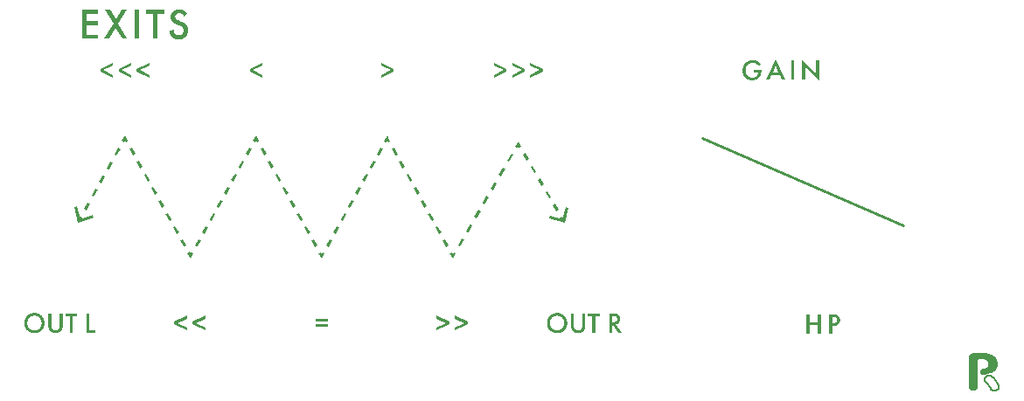
<source format=gbr>
G04 #@! TF.GenerationSoftware,KiCad,Pcbnew,8.0.2*
G04 #@! TF.CreationDate,2025-04-20T14:09:58-07:00*
G04 #@! TF.ProjectId,Exits-1U-panel,45786974-732d-4315-952d-70616e656c2e,2.1*
G04 #@! TF.SameCoordinates,Original*
G04 #@! TF.FileFunction,Legend,Top*
G04 #@! TF.FilePolarity,Positive*
%FSLAX46Y46*%
G04 Gerber Fmt 4.6, Leading zero omitted, Abs format (unit mm)*
G04 Created by KiCad (PCBNEW 8.0.2) date 2025-04-20 14:09:58*
%MOMM*%
%LPD*%
G01*
G04 APERTURE LIST*
%ADD10C,0.000000*%
%ADD11C,0.253998*%
%ADD12C,0.176388*%
G04 APERTURE END LIST*
D10*
G36*
X106464253Y-110621230D02*
G01*
X106245533Y-110748230D01*
X105885695Y-110134397D01*
X106104415Y-110007397D01*
X106464253Y-110621230D01*
G37*
G36*
X90204725Y-113422288D02*
G01*
X89851947Y-114057287D01*
X89629698Y-113933816D01*
X89982476Y-113298816D01*
X90204725Y-113422288D01*
G37*
G36*
X103370391Y-112935455D02*
G01*
X102971751Y-113619843D01*
X102753031Y-113492843D01*
X103151667Y-112808455D01*
X103370391Y-112935455D01*
G37*
G36*
X132118243Y-102930679D02*
G01*
X131828962Y-102930679D01*
X131828962Y-101050374D01*
X132118243Y-101050374D01*
X132118243Y-102930679D01*
G37*
G36*
X107180388Y-111848897D02*
G01*
X106961669Y-111975897D01*
X106605366Y-111362063D01*
X106824085Y-111235063D01*
X107180388Y-111848897D01*
G37*
G36*
X95859748Y-113933816D02*
G01*
X95637504Y-114057287D01*
X95284725Y-113425815D01*
X95506975Y-113302344D01*
X95859748Y-113933816D01*
G37*
G36*
X135981371Y-125654433D02*
G01*
X136030112Y-125656886D01*
X136055459Y-125659053D01*
X136081334Y-125661985D01*
X136107642Y-125665785D01*
X136134292Y-125670556D01*
X136161189Y-125676402D01*
X136188242Y-125683427D01*
X136215357Y-125691733D01*
X136242441Y-125701424D01*
X136269400Y-125712603D01*
X136296143Y-125725374D01*
X136322576Y-125739840D01*
X136348605Y-125756105D01*
X136363240Y-125766241D01*
X136377381Y-125776797D01*
X136391029Y-125787757D01*
X136404188Y-125799107D01*
X136416858Y-125810831D01*
X136429041Y-125822915D01*
X136440740Y-125835344D01*
X136451957Y-125848103D01*
X136472951Y-125874552D01*
X136492037Y-125902143D01*
X136509233Y-125930757D01*
X136524552Y-125960275D01*
X136538012Y-125990579D01*
X136549626Y-126021550D01*
X136559411Y-126053068D01*
X136567383Y-126085015D01*
X136573555Y-126117273D01*
X136577946Y-126149722D01*
X136580568Y-126182243D01*
X136581439Y-126214718D01*
X136581084Y-126235902D01*
X136579923Y-126258353D01*
X136577811Y-126281930D01*
X136574604Y-126306494D01*
X136570156Y-126331906D01*
X136564323Y-126358026D01*
X136556961Y-126384714D01*
X136547924Y-126411832D01*
X136537069Y-126439238D01*
X136524249Y-126466795D01*
X136509322Y-126494362D01*
X136492141Y-126521799D01*
X136472562Y-126548968D01*
X136461828Y-126562409D01*
X136450441Y-126575729D01*
X136438382Y-126588913D01*
X136425633Y-126601942D01*
X136412176Y-126614800D01*
X136397993Y-126627468D01*
X136369937Y-126650061D01*
X136341389Y-126670297D01*
X136312439Y-126688301D01*
X136283174Y-126704196D01*
X136253681Y-126718107D01*
X136224049Y-126730158D01*
X136194365Y-126740473D01*
X136164717Y-126749175D01*
X136135193Y-126756389D01*
X136105882Y-126762239D01*
X136076869Y-126766848D01*
X136048245Y-126770342D01*
X136020096Y-126772843D01*
X135992510Y-126774476D01*
X135939380Y-126775633D01*
X135808856Y-126775633D01*
X135808856Y-127541159D01*
X135523105Y-127541159D01*
X135523105Y-126503999D01*
X135523105Y-125918384D01*
X135808851Y-125918384D01*
X135808851Y-126503999D01*
X135808856Y-126503996D01*
X135939380Y-126503996D01*
X135984195Y-126502606D01*
X136005490Y-126500886D01*
X136026044Y-126498498D01*
X136045860Y-126495454D01*
X136064937Y-126491764D01*
X136083279Y-126487442D01*
X136100885Y-126482499D01*
X136117758Y-126476946D01*
X136133898Y-126470794D01*
X136149306Y-126464056D01*
X136163985Y-126456743D01*
X136177935Y-126448867D01*
X136191158Y-126440439D01*
X136203655Y-126431472D01*
X136215427Y-126421976D01*
X136226476Y-126411963D01*
X136236802Y-126401444D01*
X136246408Y-126390433D01*
X136255294Y-126378939D01*
X136263461Y-126366976D01*
X136270912Y-126354553D01*
X136277647Y-126341684D01*
X136283667Y-126328379D01*
X136288975Y-126314651D01*
X136293570Y-126300510D01*
X136297455Y-126285969D01*
X136300631Y-126271039D01*
X136303099Y-126255732D01*
X136304860Y-126240059D01*
X136306267Y-126207663D01*
X136305712Y-126186973D01*
X136303807Y-126164847D01*
X136300198Y-126141666D01*
X136294526Y-126117814D01*
X136290806Y-126105756D01*
X136286436Y-126093673D01*
X136281373Y-126081613D01*
X136275571Y-126069624D01*
X136268987Y-126057754D01*
X136261575Y-126046051D01*
X136253291Y-126034562D01*
X136244090Y-126023336D01*
X136233928Y-126012419D01*
X136222761Y-126001861D01*
X136210543Y-125991708D01*
X136197230Y-125982008D01*
X136182778Y-125972810D01*
X136167141Y-125964161D01*
X136150276Y-125956109D01*
X136132138Y-125948701D01*
X136112682Y-125941986D01*
X136091864Y-125936011D01*
X136069639Y-125930824D01*
X136045962Y-125926473D01*
X136020790Y-125923006D01*
X135994077Y-125920470D01*
X135965778Y-125918914D01*
X135935850Y-125918384D01*
X135808851Y-125918384D01*
X135523105Y-125918384D01*
X135523105Y-125660854D01*
X135935855Y-125660854D01*
X135935855Y-125653800D01*
X135981371Y-125654433D01*
G37*
G36*
X102576640Y-114304232D02*
G01*
X102177999Y-114985093D01*
X101959279Y-114858093D01*
X102357920Y-114177232D01*
X102576640Y-114304232D01*
G37*
G36*
X100505839Y-126379813D02*
G01*
X100505839Y-126612647D01*
X99281698Y-127208843D01*
X99281698Y-126937204D01*
X100213028Y-126496233D01*
X99281698Y-126055261D01*
X99281698Y-125783617D01*
X100505839Y-126379813D01*
G37*
G36*
X96561779Y-115200287D02*
G01*
X96339530Y-115323759D01*
X95986752Y-114688759D01*
X96209001Y-114565288D01*
X96561779Y-115200287D01*
G37*
G36*
X67641067Y-108846761D02*
G01*
X67418818Y-108970232D01*
X67344734Y-108836177D01*
X67270651Y-108970232D01*
X67048401Y-108846761D01*
X67344734Y-108314066D01*
X67641067Y-108846761D01*
G37*
G36*
X133635746Y-126398161D02*
G01*
X134443607Y-126398161D01*
X134443607Y-125653800D01*
X134732888Y-125653800D01*
X134732888Y-127534104D01*
X134443607Y-127534104D01*
X134443607Y-126666273D01*
X133635746Y-126666273D01*
X133635746Y-127534104D01*
X133350000Y-127534104D01*
X133350000Y-125653800D01*
X133635746Y-125653800D01*
X133635746Y-126398161D01*
G37*
G36*
X85262310Y-117726177D02*
G01*
X85040061Y-117849649D01*
X84687286Y-117214647D01*
X84909535Y-117091175D01*
X85262310Y-117726177D01*
G37*
G36*
X58637729Y-125516736D02*
G01*
X58689257Y-125520394D01*
X58739800Y-125526425D01*
X58789311Y-125534776D01*
X58837742Y-125545393D01*
X58885045Y-125558223D01*
X58931172Y-125573211D01*
X58976076Y-125590304D01*
X59019709Y-125609449D01*
X59062023Y-125630592D01*
X59102970Y-125653679D01*
X59142502Y-125678657D01*
X59180572Y-125705472D01*
X59217131Y-125734070D01*
X59252133Y-125764399D01*
X59285529Y-125796403D01*
X59317271Y-125830031D01*
X59347311Y-125865227D01*
X59375603Y-125901938D01*
X59402097Y-125940112D01*
X59426746Y-125979693D01*
X59449503Y-126020630D01*
X59470319Y-126062867D01*
X59489147Y-126106351D01*
X59505939Y-126151029D01*
X59520648Y-126196848D01*
X59533224Y-126243753D01*
X59543621Y-126291690D01*
X59551791Y-126340607D01*
X59557686Y-126390450D01*
X59561258Y-126441165D01*
X59562459Y-126492698D01*
X59561248Y-126544231D01*
X59557647Y-126594945D01*
X59551707Y-126644788D01*
X59543477Y-126693705D01*
X59533006Y-126741643D01*
X59520345Y-126788548D01*
X59505544Y-126834366D01*
X59488651Y-126879044D01*
X59469718Y-126922529D01*
X59448792Y-126964766D01*
X59425926Y-127005702D01*
X59401167Y-127045283D01*
X59374565Y-127083457D01*
X59346172Y-127120169D01*
X59316035Y-127155365D01*
X59284206Y-127188992D01*
X59250733Y-127220996D01*
X59215666Y-127251325D01*
X59179056Y-127279923D01*
X59140952Y-127306738D01*
X59101403Y-127331716D01*
X59060460Y-127354803D01*
X59018171Y-127375946D01*
X58974588Y-127395091D01*
X58929759Y-127412184D01*
X58883735Y-127427172D01*
X58836565Y-127440002D01*
X58788298Y-127450619D01*
X58738985Y-127458970D01*
X58688675Y-127465001D01*
X58637419Y-127468659D01*
X58585265Y-127469891D01*
X58533111Y-127468659D01*
X58481854Y-127465001D01*
X58431544Y-127458970D01*
X58382232Y-127450619D01*
X58333965Y-127440002D01*
X58286795Y-127427172D01*
X58240770Y-127412184D01*
X58195941Y-127395091D01*
X58152358Y-127375946D01*
X58110070Y-127354803D01*
X58069127Y-127331716D01*
X58029578Y-127306738D01*
X57991473Y-127279923D01*
X57954863Y-127251325D01*
X57919797Y-127220996D01*
X57886324Y-127188992D01*
X57854494Y-127155365D01*
X57824358Y-127120169D01*
X57795964Y-127083457D01*
X57769363Y-127045283D01*
X57744604Y-127005702D01*
X57721737Y-126964766D01*
X57700812Y-126922529D01*
X57681878Y-126879044D01*
X57664986Y-126834366D01*
X57650184Y-126788548D01*
X57637523Y-126741643D01*
X57627053Y-126693705D01*
X57618823Y-126644788D01*
X57612882Y-126594945D01*
X57609282Y-126544231D01*
X57608071Y-126492698D01*
X57890293Y-126492698D01*
X57891135Y-126531357D01*
X57893640Y-126569262D01*
X57897775Y-126606381D01*
X57903509Y-126642684D01*
X57910808Y-126678139D01*
X57919640Y-126712716D01*
X57929974Y-126746384D01*
X57941777Y-126779110D01*
X57955016Y-126810866D01*
X57969659Y-126841618D01*
X57985675Y-126871338D01*
X58003030Y-126899992D01*
X58021693Y-126927552D01*
X58041631Y-126953984D01*
X58062812Y-126979259D01*
X58085203Y-127003346D01*
X58108772Y-127026212D01*
X58133487Y-127047829D01*
X58159316Y-127068164D01*
X58186227Y-127087186D01*
X58214186Y-127104864D01*
X58243162Y-127121168D01*
X58273122Y-127136066D01*
X58304035Y-127149528D01*
X58335867Y-127161522D01*
X58368587Y-127172018D01*
X58402162Y-127180984D01*
X58436561Y-127188389D01*
X58471749Y-127194203D01*
X58507697Y-127198394D01*
X58544370Y-127200931D01*
X58581737Y-127201784D01*
X58619104Y-127200931D01*
X58655777Y-127198394D01*
X58691724Y-127194203D01*
X58726913Y-127188389D01*
X58761311Y-127180984D01*
X58794886Y-127172018D01*
X58827606Y-127161522D01*
X58859439Y-127149528D01*
X58890351Y-127136066D01*
X58920312Y-127121168D01*
X58949288Y-127104864D01*
X58977247Y-127087186D01*
X59004158Y-127068164D01*
X59029987Y-127047829D01*
X59054702Y-127026212D01*
X59078271Y-127003346D01*
X59100662Y-126979259D01*
X59121843Y-126953984D01*
X59141781Y-126927552D01*
X59160444Y-126899992D01*
X59177799Y-126871338D01*
X59193815Y-126841618D01*
X59208458Y-126810866D01*
X59221698Y-126779110D01*
X59233500Y-126746384D01*
X59243834Y-126712716D01*
X59252667Y-126678139D01*
X59259966Y-126642684D01*
X59265699Y-126606381D01*
X59269834Y-126569262D01*
X59272339Y-126531357D01*
X59273181Y-126492698D01*
X59273182Y-126492698D01*
X59272340Y-126454039D01*
X59269835Y-126416134D01*
X59265700Y-126379015D01*
X59259966Y-126342712D01*
X59252667Y-126307257D01*
X59243835Y-126272680D01*
X59233501Y-126239013D01*
X59221698Y-126206286D01*
X59208459Y-126174531D01*
X59193815Y-126143778D01*
X59177800Y-126114059D01*
X59160444Y-126085405D01*
X59141782Y-126057846D01*
X59121844Y-126031413D01*
X59100663Y-126006138D01*
X59078272Y-125982052D01*
X59054702Y-125959185D01*
X59029987Y-125937569D01*
X59004158Y-125917234D01*
X58977248Y-125898212D01*
X58949288Y-125880533D01*
X58920312Y-125864230D01*
X58890352Y-125849331D01*
X58859439Y-125835869D01*
X58827607Y-125823875D01*
X58794887Y-125813380D01*
X58761311Y-125804414D01*
X58726913Y-125797009D01*
X58691724Y-125791195D01*
X58655777Y-125787004D01*
X58619104Y-125784467D01*
X58581737Y-125783614D01*
X58544370Y-125784467D01*
X58507697Y-125787004D01*
X58471749Y-125791195D01*
X58436560Y-125797009D01*
X58402162Y-125804414D01*
X58368587Y-125813380D01*
X58335867Y-125823875D01*
X58304035Y-125835869D01*
X58273122Y-125849331D01*
X58243162Y-125864230D01*
X58214186Y-125880533D01*
X58186226Y-125898212D01*
X58159316Y-125917234D01*
X58133487Y-125937569D01*
X58108772Y-125959185D01*
X58085202Y-125982052D01*
X58062811Y-126006138D01*
X58041631Y-126031413D01*
X58021693Y-126057846D01*
X58003030Y-126085405D01*
X57985675Y-126114059D01*
X57969659Y-126143778D01*
X57955016Y-126174531D01*
X57941777Y-126206286D01*
X57929974Y-126239013D01*
X57919640Y-126272680D01*
X57910808Y-126307257D01*
X57903509Y-126342712D01*
X57897775Y-126379015D01*
X57893640Y-126416134D01*
X57891135Y-126454039D01*
X57890293Y-126492698D01*
X57608071Y-126492698D01*
X57609272Y-126441165D01*
X57612844Y-126390450D01*
X57618739Y-126340607D01*
X57626908Y-126291690D01*
X57637305Y-126243753D01*
X57649882Y-126196848D01*
X57664590Y-126151029D01*
X57681382Y-126106351D01*
X57700210Y-126062867D01*
X57721027Y-126020630D01*
X57743783Y-125979693D01*
X57768433Y-125940112D01*
X57794927Y-125901938D01*
X57823219Y-125865227D01*
X57853259Y-125830031D01*
X57885001Y-125796403D01*
X57918397Y-125764399D01*
X57953398Y-125734070D01*
X57989958Y-125705472D01*
X58028028Y-125678657D01*
X58067560Y-125653679D01*
X58108507Y-125630592D01*
X58150821Y-125609449D01*
X58194453Y-125590304D01*
X58239357Y-125573211D01*
X58285485Y-125558223D01*
X58332788Y-125545393D01*
X58381219Y-125534776D01*
X58430730Y-125526425D01*
X58481273Y-125520394D01*
X58532801Y-125516736D01*
X58585265Y-125515505D01*
X58637729Y-125516736D01*
G37*
G36*
X71122114Y-96540461D02*
G01*
X70473003Y-96540461D01*
X70473003Y-98956989D01*
X70042615Y-98956989D01*
X70042615Y-96540461D01*
X69397032Y-96540461D01*
X69397032Y-96134767D01*
X71122114Y-96134767D01*
X71122114Y-96540461D01*
G37*
G36*
X64754477Y-96540461D02*
G01*
X63629117Y-96540461D01*
X63629117Y-97256600D01*
X64719200Y-97256600D01*
X64719200Y-97662294D01*
X63629117Y-97662294D01*
X63629117Y-98551294D01*
X64754477Y-98551294D01*
X64754477Y-98956988D01*
X63198728Y-98956988D01*
X63198728Y-96134767D01*
X64754477Y-96134767D01*
X64754477Y-96540461D01*
G37*
G36*
X109328805Y-115542481D02*
G01*
X109110085Y-115669481D01*
X108750247Y-115055647D01*
X108968972Y-114928647D01*
X109328805Y-115542481D01*
G37*
G36*
X100985616Y-117031203D02*
G01*
X100586975Y-117715590D01*
X100368256Y-117588591D01*
X100766892Y-116904202D01*
X100985616Y-117031203D01*
G37*
G36*
X73991065Y-119737008D02*
G01*
X73694735Y-120269700D01*
X73398399Y-119737008D01*
X73620648Y-119613534D01*
X73694735Y-119747592D01*
X73768816Y-119613534D01*
X73991065Y-119737008D01*
G37*
G36*
X71863815Y-116449121D02*
G01*
X71641565Y-116572593D01*
X71288788Y-115941120D01*
X71511038Y-115817650D01*
X71863815Y-116449121D01*
G37*
G36*
X62994987Y-116420897D02*
G01*
X64183847Y-116032841D01*
X64264986Y-116272729D01*
X62815069Y-116745452D01*
X62448179Y-115267314D01*
X62695125Y-115203815D01*
X62994987Y-116420897D01*
G37*
G36*
X68695004Y-98953461D02*
G01*
X68264616Y-98953461D01*
X68264616Y-96131240D01*
X68695004Y-96131240D01*
X68695004Y-98953461D01*
G37*
G36*
X86691062Y-119754647D02*
G01*
X86394731Y-120287341D01*
X86098395Y-119754647D01*
X86320644Y-119631173D01*
X86394731Y-119765229D01*
X86468812Y-119631173D01*
X86691062Y-119754647D01*
G37*
G36*
X107804808Y-101879402D02*
G01*
X107804808Y-102112235D01*
X106580667Y-102708429D01*
X106580667Y-102436790D01*
X107512002Y-101995818D01*
X106580667Y-101554847D01*
X106580667Y-101283207D01*
X107804808Y-101879402D01*
G37*
G36*
X131257464Y-102934206D02*
G01*
X130947019Y-102934206D01*
X130749464Y-102479123D01*
X130745939Y-102479123D01*
X129941608Y-102479123D01*
X129736992Y-102934206D01*
X129426547Y-102934206D01*
X129768686Y-102207484D01*
X130061552Y-102207484D01*
X130629520Y-102207484D01*
X130350828Y-101568957D01*
X130061552Y-102207484D01*
X129768686Y-102207484D01*
X130364937Y-100941012D01*
X131257464Y-102934206D01*
G37*
G36*
X69052175Y-111383235D02*
G01*
X68829925Y-111506706D01*
X68477148Y-110875234D01*
X68699397Y-110751761D01*
X69052175Y-111383235D01*
G37*
G36*
X66479560Y-97087267D02*
G01*
X67040476Y-96131240D01*
X67523783Y-96131240D01*
X66712394Y-97482378D01*
X67562588Y-98953461D01*
X67079282Y-98953461D01*
X66461921Y-97873961D01*
X65819866Y-98953461D01*
X65336561Y-98953461D01*
X66225561Y-97482378D01*
X65445922Y-96131240D01*
X65929227Y-96131240D01*
X66479560Y-97087267D01*
G37*
G36*
X108612664Y-114311286D02*
G01*
X108393945Y-114438287D01*
X108037642Y-113824452D01*
X108256361Y-113697452D01*
X108612664Y-114311286D01*
G37*
G36*
X128156628Y-101015514D02*
G01*
X128188560Y-101016778D01*
X128220543Y-101018911D01*
X128252521Y-101021932D01*
X128284437Y-101025863D01*
X128316234Y-101030724D01*
X128347855Y-101036536D01*
X128379244Y-101043319D01*
X128410344Y-101051095D01*
X128441097Y-101059883D01*
X128471448Y-101069705D01*
X128501339Y-101080581D01*
X128530713Y-101092532D01*
X128559513Y-101105579D01*
X128587683Y-101119741D01*
X128615167Y-101135041D01*
X128643572Y-101151814D01*
X128670598Y-101169017D01*
X128696270Y-101186581D01*
X128720614Y-101204439D01*
X128743656Y-101222525D01*
X128765421Y-101240771D01*
X128785936Y-101259110D01*
X128805226Y-101277475D01*
X128823316Y-101295799D01*
X128840234Y-101314014D01*
X128856005Y-101332053D01*
X128870654Y-101349850D01*
X128884207Y-101367336D01*
X128896691Y-101384445D01*
X128908130Y-101401110D01*
X128918552Y-101417263D01*
X128689248Y-101579540D01*
X128678339Y-101564915D01*
X128666800Y-101550181D01*
X128654662Y-101535396D01*
X128641955Y-101520616D01*
X128628711Y-101505897D01*
X128614960Y-101491298D01*
X128600733Y-101476874D01*
X128586062Y-101462683D01*
X128570978Y-101448781D01*
X128555511Y-101435226D01*
X128539693Y-101422073D01*
X128523554Y-101409381D01*
X128507126Y-101397205D01*
X128490439Y-101385603D01*
X128473525Y-101374631D01*
X128456414Y-101364346D01*
X128437072Y-101352971D01*
X128417424Y-101342628D01*
X128397498Y-101333278D01*
X128377318Y-101324879D01*
X128356910Y-101317389D01*
X128336301Y-101310768D01*
X128315516Y-101304973D01*
X128294581Y-101299964D01*
X128273522Y-101295699D01*
X128252364Y-101292137D01*
X128231135Y-101289236D01*
X128209858Y-101286955D01*
X128188562Y-101285253D01*
X128167270Y-101284089D01*
X128146009Y-101283421D01*
X128124805Y-101283207D01*
X128079570Y-101284378D01*
X128036439Y-101287782D01*
X127995364Y-101293253D01*
X127956299Y-101300626D01*
X127919198Y-101309734D01*
X127884014Y-101320414D01*
X127850701Y-101332500D01*
X127819212Y-101345825D01*
X127789500Y-101360226D01*
X127761520Y-101375536D01*
X127735224Y-101391590D01*
X127710566Y-101408223D01*
X127687499Y-101425269D01*
X127665978Y-101442563D01*
X127645955Y-101459940D01*
X127627384Y-101477235D01*
X127604778Y-101501277D01*
X127583293Y-101527030D01*
X127562976Y-101554385D01*
X127543874Y-101583233D01*
X127526032Y-101613467D01*
X127509498Y-101644976D01*
X127494318Y-101677654D01*
X127480539Y-101711391D01*
X127468206Y-101746079D01*
X127457367Y-101781609D01*
X127448067Y-101817873D01*
X127440355Y-101854762D01*
X127434275Y-101892168D01*
X127429875Y-101929982D01*
X127427200Y-101968096D01*
X127426299Y-102006401D01*
X127427121Y-102042066D01*
X127429572Y-102077577D01*
X127433624Y-102112860D01*
X127439252Y-102147843D01*
X127446431Y-102182454D01*
X127455135Y-102216621D01*
X127465336Y-102250271D01*
X127477011Y-102283332D01*
X127490133Y-102315731D01*
X127504676Y-102347397D01*
X127520614Y-102378256D01*
X127537921Y-102408237D01*
X127556573Y-102437267D01*
X127576542Y-102465274D01*
X127597802Y-102492185D01*
X127620329Y-102517929D01*
X127645132Y-102542741D01*
X127670585Y-102565616D01*
X127696680Y-102586599D01*
X127723405Y-102605738D01*
X127750751Y-102623078D01*
X127778706Y-102638666D01*
X127807261Y-102652549D01*
X127836405Y-102664773D01*
X127866128Y-102675385D01*
X127896419Y-102684431D01*
X127927268Y-102691957D01*
X127958665Y-102698011D01*
X127990599Y-102702639D01*
X128023060Y-102705887D01*
X128056038Y-102707801D01*
X128089522Y-102708429D01*
X128119662Y-102707846D01*
X128149234Y-102706080D01*
X128178247Y-102703104D01*
X128206713Y-102698893D01*
X128234641Y-102693422D01*
X128262042Y-102686663D01*
X128288926Y-102678592D01*
X128315303Y-102669183D01*
X128341185Y-102658409D01*
X128366581Y-102646246D01*
X128391501Y-102632666D01*
X128415956Y-102617644D01*
X128439956Y-102601155D01*
X128463512Y-102583173D01*
X128486634Y-102563671D01*
X128509332Y-102542624D01*
X128528439Y-102523362D01*
X128546105Y-102503949D01*
X128562375Y-102484403D01*
X128577297Y-102464737D01*
X128590916Y-102444968D01*
X128603279Y-102425112D01*
X128614433Y-102405183D01*
X128624424Y-102385197D01*
X128633299Y-102365170D01*
X128641105Y-102345117D01*
X128647887Y-102325053D01*
X128653692Y-102304995D01*
X128658568Y-102284958D01*
X128662560Y-102264956D01*
X128665715Y-102245007D01*
X128668079Y-102225124D01*
X128198881Y-102225124D01*
X128198881Y-101953485D01*
X128974994Y-101953485D01*
X128974994Y-101967596D01*
X128973880Y-102027081D01*
X128970543Y-102085129D01*
X128964995Y-102141709D01*
X128957245Y-102196791D01*
X128947304Y-102250344D01*
X128935183Y-102302335D01*
X128920891Y-102352735D01*
X128904439Y-102401513D01*
X128885837Y-102448636D01*
X128865096Y-102494075D01*
X128842226Y-102537799D01*
X128817237Y-102579775D01*
X128790140Y-102619975D01*
X128760945Y-102658365D01*
X128729663Y-102694916D01*
X128696303Y-102729596D01*
X128659482Y-102763683D01*
X128621839Y-102794598D01*
X128583463Y-102822474D01*
X128544441Y-102847446D01*
X128504861Y-102869648D01*
X128464811Y-102889214D01*
X128424378Y-102906279D01*
X128383651Y-102920978D01*
X128342717Y-102933444D01*
X128301664Y-102943812D01*
X128260581Y-102952216D01*
X128219554Y-102958791D01*
X128178672Y-102963671D01*
X128138023Y-102966990D01*
X128097694Y-102968884D01*
X128057773Y-102969485D01*
X128007117Y-102968569D01*
X127958279Y-102965798D01*
X127911178Y-102961136D01*
X127865730Y-102954547D01*
X127821854Y-102945994D01*
X127779465Y-102935440D01*
X127738483Y-102922851D01*
X127698823Y-102908190D01*
X127660404Y-102891420D01*
X127623142Y-102872506D01*
X127586955Y-102851410D01*
X127551760Y-102828098D01*
X127517475Y-102802533D01*
X127484016Y-102774679D01*
X127451302Y-102744499D01*
X127419249Y-102711957D01*
X127385888Y-102675545D01*
X127354605Y-102637784D01*
X127325409Y-102598731D01*
X127298312Y-102558444D01*
X127273323Y-102516978D01*
X127250453Y-102474390D01*
X127229712Y-102430738D01*
X127211111Y-102386079D01*
X127194659Y-102340468D01*
X127180368Y-102293964D01*
X127168246Y-102246622D01*
X127158306Y-102198500D01*
X127150557Y-102149655D01*
X127145008Y-102100143D01*
X127141672Y-102050021D01*
X127140558Y-101999346D01*
X127141942Y-101944915D01*
X127146015Y-101891480D01*
X127152650Y-101839131D01*
X127161724Y-101787955D01*
X127173114Y-101738040D01*
X127186694Y-101689474D01*
X127202342Y-101642344D01*
X127219932Y-101596739D01*
X127239342Y-101552746D01*
X127260447Y-101510453D01*
X127283122Y-101469948D01*
X127307245Y-101431319D01*
X127332691Y-101394654D01*
X127359335Y-101360040D01*
X127387054Y-101327566D01*
X127415724Y-101297319D01*
X127447213Y-101267407D01*
X127480774Y-101238601D01*
X127516330Y-101211014D01*
X127553803Y-101184761D01*
X127593116Y-101159954D01*
X127634190Y-101136709D01*
X127676950Y-101115137D01*
X127721316Y-101095354D01*
X127767213Y-101077472D01*
X127814561Y-101061606D01*
X127863284Y-101047868D01*
X127913304Y-101036374D01*
X127964544Y-101027236D01*
X128016925Y-101020568D01*
X128070372Y-101016484D01*
X128124805Y-101015097D01*
X128156628Y-101015514D01*
G37*
G36*
X110814003Y-126683198D02*
G01*
X110814120Y-126722466D01*
X110814940Y-126763180D01*
X110817166Y-126804804D01*
X110819025Y-126825789D01*
X110821499Y-126846799D01*
X110824676Y-126867769D01*
X110828644Y-126888630D01*
X110833490Y-126909315D01*
X110839302Y-126929757D01*
X110846168Y-126949889D01*
X110854176Y-126969644D01*
X110863415Y-126988954D01*
X110873970Y-127007753D01*
X110885373Y-127025629D01*
X110898383Y-127043437D01*
X110912954Y-127061029D01*
X110929038Y-127078254D01*
X110946590Y-127094962D01*
X110965563Y-127111003D01*
X110985911Y-127126228D01*
X110996586Y-127133488D01*
X111007587Y-127140487D01*
X111018908Y-127147207D01*
X111030544Y-127153630D01*
X111042489Y-127159735D01*
X111054737Y-127165506D01*
X111067282Y-127170922D01*
X111080118Y-127175966D01*
X111093239Y-127180619D01*
X111106641Y-127184861D01*
X111120316Y-127188674D01*
X111134259Y-127192040D01*
X111148465Y-127194939D01*
X111162927Y-127197353D01*
X111177640Y-127199263D01*
X111192597Y-127200651D01*
X111207794Y-127201497D01*
X111223223Y-127201784D01*
X111253850Y-127200651D01*
X111283520Y-127197353D01*
X111312188Y-127192040D01*
X111339806Y-127184861D01*
X111366329Y-127175967D01*
X111391710Y-127165507D01*
X111415903Y-127153630D01*
X111438860Y-127140488D01*
X111460536Y-127126230D01*
X111480884Y-127111005D01*
X111499857Y-127094963D01*
X111517409Y-127078255D01*
X111533493Y-127061030D01*
X111548064Y-127043438D01*
X111561074Y-127025629D01*
X111572477Y-127007753D01*
X111582452Y-126988954D01*
X111591260Y-126969644D01*
X111598972Y-126949889D01*
X111605661Y-126929757D01*
X111611399Y-126909315D01*
X111616258Y-126888630D01*
X111620311Y-126867769D01*
X111623631Y-126846799D01*
X111626288Y-126825789D01*
X111628357Y-126804804D01*
X111631016Y-126763180D01*
X111632187Y-126722466D01*
X111632449Y-126683198D01*
X111632449Y-125550783D01*
X111921730Y-125550783D01*
X111921730Y-126760810D01*
X111921338Y-126788989D01*
X111920083Y-126817902D01*
X111917847Y-126847456D01*
X111914509Y-126877558D01*
X111909952Y-126908114D01*
X111904057Y-126939032D01*
X111896704Y-126970219D01*
X111887775Y-127001581D01*
X111877151Y-127033026D01*
X111864714Y-127064461D01*
X111850343Y-127095793D01*
X111833921Y-127126928D01*
X111815328Y-127157773D01*
X111794446Y-127188237D01*
X111771156Y-127218224D01*
X111745338Y-127247644D01*
X111726027Y-127267541D01*
X111705107Y-127287427D01*
X111682545Y-127307128D01*
X111658303Y-127326467D01*
X111632345Y-127345269D01*
X111604635Y-127363357D01*
X111575138Y-127380557D01*
X111543816Y-127396692D01*
X111510633Y-127411587D01*
X111475554Y-127425066D01*
X111457293Y-127431219D01*
X111438543Y-127436953D01*
X111419301Y-127442245D01*
X111399562Y-127447073D01*
X111379323Y-127451416D01*
X111358577Y-127455250D01*
X111337321Y-127458555D01*
X111315550Y-127461308D01*
X111293260Y-127463488D01*
X111270446Y-127465072D01*
X111247104Y-127466039D01*
X111223229Y-127466366D01*
X111176011Y-127465072D01*
X111130907Y-127461308D01*
X111087881Y-127455250D01*
X111046895Y-127447073D01*
X111007915Y-127436953D01*
X110970904Y-127425066D01*
X110935825Y-127411587D01*
X110902643Y-127396692D01*
X110871322Y-127380557D01*
X110841824Y-127363357D01*
X110814114Y-127345269D01*
X110788157Y-127326467D01*
X110763914Y-127307128D01*
X110741351Y-127287427D01*
X110720431Y-127267541D01*
X110701119Y-127247644D01*
X110675302Y-127217643D01*
X110652013Y-127187224D01*
X110631131Y-127156463D01*
X110612539Y-127125440D01*
X110596117Y-127094230D01*
X110581747Y-127062911D01*
X110569310Y-127031562D01*
X110558686Y-127000259D01*
X110549758Y-126969080D01*
X110542405Y-126938102D01*
X110536510Y-126907404D01*
X110531953Y-126877062D01*
X110528616Y-126847154D01*
X110526379Y-126817758D01*
X110525124Y-126788950D01*
X110524732Y-126760810D01*
X110524732Y-125550783D01*
X110814003Y-125550783D01*
X110814003Y-126683198D01*
G37*
G36*
X66910821Y-109636980D02*
G01*
X66543931Y-110296675D01*
X66321681Y-110173203D01*
X66688570Y-109513508D01*
X66910821Y-109636980D01*
G37*
G36*
X63926318Y-125554308D02*
G01*
X63922791Y-125554308D01*
X63922791Y-125550783D01*
X63926318Y-125554308D01*
G37*
G36*
X77504729Y-113404650D02*
G01*
X77151951Y-114039649D01*
X76929701Y-113916178D01*
X77282479Y-113281178D01*
X77504729Y-113404650D01*
G37*
G36*
X76100674Y-115937593D02*
G01*
X75747898Y-116572593D01*
X75525649Y-116449121D01*
X75878427Y-115814123D01*
X76100674Y-115937593D01*
G37*
G36*
X80341065Y-108846761D02*
G01*
X80118815Y-108970232D01*
X80044731Y-108836177D01*
X79970645Y-108970232D01*
X79748398Y-108846761D01*
X80044731Y-108314066D01*
X80341065Y-108846761D01*
G37*
G36*
X73267870Y-118982064D02*
G01*
X73045621Y-119105536D01*
X72692843Y-118474064D01*
X72915095Y-118350592D01*
X73267870Y-118982064D01*
G37*
G36*
X73356066Y-126055249D02*
G01*
X72424733Y-126496222D01*
X73356066Y-126937194D01*
X73356066Y-127208838D01*
X72131925Y-126612642D01*
X72131925Y-126379808D01*
X73356066Y-125783612D01*
X73356066Y-126055249D01*
G37*
G36*
X63922791Y-127162978D02*
G01*
X64476652Y-127162978D01*
X64476652Y-127434615D01*
X63637040Y-127434615D01*
X63637040Y-125554308D01*
X63922791Y-125554308D01*
X63922791Y-127162978D01*
G37*
G36*
X81046621Y-110106183D02*
G01*
X80824374Y-110229654D01*
X80471596Y-109594655D01*
X80693845Y-109471183D01*
X81046621Y-110106183D01*
G37*
G36*
X92314333Y-109622872D02*
G01*
X91961555Y-110257871D01*
X91739306Y-110134400D01*
X92092084Y-109499400D01*
X92314333Y-109622872D01*
G37*
G36*
X69704817Y-101554847D02*
G01*
X68773484Y-101995818D01*
X69704817Y-102436790D01*
X69704817Y-102708429D01*
X68480678Y-102112235D01*
X68480678Y-101879402D01*
X69704817Y-101283207D01*
X69704817Y-101554847D01*
G37*
G36*
X68350148Y-110116762D02*
G01*
X68127897Y-110240234D01*
X67775119Y-109608761D01*
X67997370Y-109485290D01*
X68350148Y-110116762D01*
G37*
G36*
X85967866Y-118996176D02*
G01*
X85745617Y-119119647D01*
X85392839Y-118484646D01*
X85615088Y-118361174D01*
X85967866Y-118996176D01*
G37*
G36*
X74696621Y-118470536D02*
G01*
X74343843Y-119105536D01*
X74121594Y-118982064D01*
X74474372Y-118347065D01*
X74696621Y-118470536D01*
G37*
D11*
X123240800Y-108585000D02*
X142748000Y-116992400D01*
D10*
G36*
X104957890Y-110208484D02*
G01*
X104559249Y-110889345D01*
X104340530Y-110762345D01*
X104739171Y-110081484D01*
X104957890Y-110208484D01*
G37*
G36*
X69754204Y-112649706D02*
G01*
X69531954Y-112773178D01*
X69179176Y-112141706D01*
X69401426Y-112018234D01*
X69754204Y-112649706D01*
G37*
G36*
X70456232Y-113916178D02*
G01*
X70233981Y-114039649D01*
X69881204Y-113408177D01*
X70103455Y-113284706D01*
X70456232Y-113916178D01*
G37*
G36*
X87005034Y-126358644D02*
G01*
X85780895Y-126358644D01*
X85780895Y-126122283D01*
X87005034Y-126122283D01*
X87005034Y-126358644D01*
G37*
G36*
X93041061Y-108864400D02*
G01*
X92818812Y-108987873D01*
X92744728Y-108853817D01*
X92670641Y-108987873D01*
X92448395Y-108864400D01*
X92744728Y-108331705D01*
X93041061Y-108864400D01*
G37*
G36*
X87396618Y-118488173D02*
G01*
X87043840Y-119123172D01*
X86821590Y-118999701D01*
X87174368Y-118364701D01*
X87396618Y-118488173D01*
G37*
G36*
X88098644Y-117221701D02*
G01*
X87745866Y-117856703D01*
X87523616Y-117733232D01*
X87876395Y-117098230D01*
X88098644Y-117221701D01*
G37*
G36*
X75105844Y-126055249D02*
G01*
X74174511Y-126496222D01*
X75105844Y-126937194D01*
X75105844Y-127208838D01*
X73881706Y-126612642D01*
X73881706Y-126379808D01*
X75105844Y-125783612D01*
X75105844Y-126055249D01*
G37*
G36*
X90906751Y-112155815D02*
G01*
X90553973Y-112790816D01*
X90331724Y-112667343D01*
X90684502Y-112032344D01*
X90906751Y-112155815D01*
G37*
G36*
X63241930Y-116233924D02*
G01*
X63058485Y-116569063D01*
X62836236Y-116445591D01*
X63019681Y-116110452D01*
X63241930Y-116233924D01*
G37*
G36*
X94455695Y-111400871D02*
G01*
X94233446Y-111524343D01*
X93880668Y-110892871D01*
X94102917Y-110769399D01*
X94455695Y-111400871D01*
G37*
G36*
X97263810Y-116466760D02*
G01*
X97041556Y-116590232D01*
X96688778Y-115958760D01*
X96911032Y-115835288D01*
X97263810Y-116466760D01*
G37*
G36*
X60211570Y-126683198D02*
G01*
X60211687Y-126722466D01*
X60212507Y-126763180D01*
X60214733Y-126804804D01*
X60216592Y-126825789D01*
X60219067Y-126846799D01*
X60222244Y-126867769D01*
X60226212Y-126888630D01*
X60231058Y-126909315D01*
X60236871Y-126929757D01*
X60243738Y-126949889D01*
X60251747Y-126969644D01*
X60260986Y-126988954D01*
X60271542Y-127007753D01*
X60282945Y-127025629D01*
X60295954Y-127043437D01*
X60310524Y-127061029D01*
X60326609Y-127078254D01*
X60344161Y-127094962D01*
X60363133Y-127111003D01*
X60383481Y-127126228D01*
X60394156Y-127133488D01*
X60405157Y-127140487D01*
X60416478Y-127147207D01*
X60428114Y-127153630D01*
X60440059Y-127159735D01*
X60452306Y-127165506D01*
X60464851Y-127170922D01*
X60477687Y-127175966D01*
X60490809Y-127180619D01*
X60504210Y-127184861D01*
X60517885Y-127188674D01*
X60531828Y-127192040D01*
X60546034Y-127194939D01*
X60560496Y-127197353D01*
X60575208Y-127199263D01*
X60590166Y-127200651D01*
X60605362Y-127201497D01*
X60620792Y-127201784D01*
X60651418Y-127200651D01*
X60681088Y-127197353D01*
X60709755Y-127192040D01*
X60737374Y-127184861D01*
X60763897Y-127175967D01*
X60789278Y-127165507D01*
X60813470Y-127153630D01*
X60836427Y-127140488D01*
X60858103Y-127126230D01*
X60878451Y-127111005D01*
X60897424Y-127094963D01*
X60914976Y-127078255D01*
X60931060Y-127061030D01*
X60945630Y-127043438D01*
X60958640Y-127025629D01*
X60970042Y-127007753D01*
X60980017Y-126988954D01*
X60988824Y-126969644D01*
X60996536Y-126949889D01*
X61003225Y-126929757D01*
X61008963Y-126909315D01*
X61013822Y-126888630D01*
X61017875Y-126867769D01*
X61021194Y-126846799D01*
X61023852Y-126825789D01*
X61025921Y-126804804D01*
X61028581Y-126763180D01*
X61029752Y-126722466D01*
X61030014Y-126683198D01*
X61030014Y-125550783D01*
X61319291Y-125550783D01*
X61319291Y-126760810D01*
X61318899Y-126788989D01*
X61317645Y-126817902D01*
X61315408Y-126847456D01*
X61312070Y-126877558D01*
X61307513Y-126908114D01*
X61301618Y-126939032D01*
X61294265Y-126970219D01*
X61285337Y-127001581D01*
X61274713Y-127033026D01*
X61262275Y-127064461D01*
X61247905Y-127095793D01*
X61231483Y-127126928D01*
X61212891Y-127157773D01*
X61192009Y-127188237D01*
X61168720Y-127218224D01*
X61142903Y-127247644D01*
X61123591Y-127267541D01*
X61102671Y-127287427D01*
X61080108Y-127307128D01*
X61055866Y-127326467D01*
X61029908Y-127345269D01*
X61002198Y-127363357D01*
X60972701Y-127380557D01*
X60941379Y-127396692D01*
X60908196Y-127411587D01*
X60873117Y-127425066D01*
X60854856Y-127431219D01*
X60836106Y-127436953D01*
X60816864Y-127442245D01*
X60797126Y-127447073D01*
X60776886Y-127451416D01*
X60756140Y-127455250D01*
X60734884Y-127458555D01*
X60713113Y-127461308D01*
X60690823Y-127463488D01*
X60668009Y-127465072D01*
X60644667Y-127466039D01*
X60620792Y-127466366D01*
X60573574Y-127465072D01*
X60528470Y-127461308D01*
X60485444Y-127455250D01*
X60444458Y-127447073D01*
X60405478Y-127436953D01*
X60368467Y-127425066D01*
X60333388Y-127411587D01*
X60300205Y-127396692D01*
X60268883Y-127380557D01*
X60239386Y-127363357D01*
X60211676Y-127345269D01*
X60185718Y-127326467D01*
X60161476Y-127307128D01*
X60138913Y-127287427D01*
X60117994Y-127267541D01*
X60098681Y-127247644D01*
X60072865Y-127217643D01*
X60049575Y-127187224D01*
X60028693Y-127156463D01*
X60010101Y-127125440D01*
X59993679Y-127094230D01*
X59979309Y-127062911D01*
X59966871Y-127031562D01*
X59956247Y-127000259D01*
X59947318Y-126969080D01*
X59939966Y-126938102D01*
X59934070Y-126907404D01*
X59929513Y-126877062D01*
X59926176Y-126847154D01*
X59923939Y-126817758D01*
X59922684Y-126788950D01*
X59922292Y-126760810D01*
X59922292Y-125550783D01*
X60211570Y-125550783D01*
X60211570Y-126683198D01*
G37*
G36*
X80655035Y-101554847D02*
G01*
X79723702Y-101995818D01*
X80655035Y-102436790D01*
X80655035Y-102708429D01*
X79430896Y-102112235D01*
X79430896Y-101879402D01*
X80655035Y-101283207D01*
X80655035Y-101554847D01*
G37*
G36*
X93355033Y-101879402D02*
G01*
X93355033Y-102112235D01*
X92130892Y-102708429D01*
X92130892Y-102436790D01*
X93062225Y-101995818D01*
X92130892Y-101554847D01*
X92130892Y-101283207D01*
X93355033Y-101879402D01*
G37*
G36*
X83156232Y-113916179D02*
G01*
X82933982Y-114039651D01*
X82581204Y-113404651D01*
X82803454Y-113281180D01*
X83156232Y-113916179D01*
G37*
D12*
X151043080Y-131566462D02*
X151071307Y-131569266D01*
X151099297Y-131573890D01*
X151126971Y-131580291D01*
X151154253Y-131588428D01*
X151181064Y-131598260D01*
X151207327Y-131609746D01*
X151232965Y-131622844D01*
X151257900Y-131637513D01*
X151282055Y-131653712D01*
X151305353Y-131671399D01*
X151327715Y-131690533D01*
X151349065Y-131711072D01*
X151369324Y-131732976D01*
X151388416Y-131756202D01*
X151406263Y-131780710D01*
X151409803Y-131784240D01*
X151847242Y-132362795D01*
X151859436Y-132378950D01*
X151870882Y-132395626D01*
X151881573Y-132412768D01*
X151891504Y-132430318D01*
X151900670Y-132448220D01*
X151909067Y-132466416D01*
X151916688Y-132484850D01*
X151923529Y-132503465D01*
X151929585Y-132522204D01*
X151934850Y-132541010D01*
X151939319Y-132559826D01*
X151942987Y-132578596D01*
X151945849Y-132597263D01*
X151947900Y-132615769D01*
X151949134Y-132634058D01*
X151949547Y-132652073D01*
X151948843Y-132674551D01*
X151946729Y-132696962D01*
X151943199Y-132719239D01*
X151938248Y-132741314D01*
X151931870Y-132763120D01*
X151924062Y-132784591D01*
X151914816Y-132805659D01*
X151904129Y-132826256D01*
X151891995Y-132846316D01*
X151885384Y-132856124D01*
X151878409Y-132865772D01*
X151871069Y-132875252D01*
X151863365Y-132884556D01*
X151855295Y-132893674D01*
X151846859Y-132902600D01*
X151838056Y-132911325D01*
X151828885Y-132919839D01*
X151819346Y-132928135D01*
X151809439Y-132936204D01*
X151799161Y-132944038D01*
X151788514Y-132951629D01*
X151777495Y-132958968D01*
X151766106Y-132966046D01*
X151750934Y-132974977D01*
X151735834Y-132983257D01*
X151720796Y-132990896D01*
X151705809Y-132997905D01*
X151690864Y-133004294D01*
X151675948Y-133010073D01*
X151661054Y-133015253D01*
X151646169Y-133019843D01*
X151631284Y-133023855D01*
X151616389Y-133027298D01*
X151601473Y-133030184D01*
X151586525Y-133032521D01*
X151571536Y-133034321D01*
X151556495Y-133035594D01*
X151541393Y-133036350D01*
X151526217Y-133036600D01*
X151497829Y-133035656D01*
X151469602Y-133032852D01*
X151441612Y-133028228D01*
X151413938Y-133021827D01*
X151386656Y-133013690D01*
X151359845Y-133003857D01*
X151333582Y-132992371D01*
X151307944Y-132979273D01*
X151283009Y-132964603D01*
X151258854Y-132948404D01*
X151235556Y-132930717D01*
X151213194Y-132911583D01*
X151191845Y-132891044D01*
X151171585Y-132869140D01*
X151152493Y-132845913D01*
X151134646Y-132821405D01*
X150736005Y-132253433D01*
X150710546Y-132217968D01*
X150685128Y-132180727D01*
X150672757Y-132161607D01*
X150660784Y-132142245D01*
X150649338Y-132122707D01*
X150638549Y-132103060D01*
X150628545Y-132083372D01*
X150619455Y-132063710D01*
X150611410Y-132044141D01*
X150604537Y-132024732D01*
X150598967Y-132005551D01*
X150594828Y-131986664D01*
X150592250Y-131968138D01*
X150591587Y-131959033D01*
X150591362Y-131950042D01*
X150592066Y-131927564D01*
X150594180Y-131905153D01*
X150597710Y-131882877D01*
X150602661Y-131860802D01*
X150609039Y-131838995D01*
X150616848Y-131817525D01*
X150626093Y-131796457D01*
X150636780Y-131775860D01*
X150648914Y-131755800D01*
X150655526Y-131745992D01*
X150662500Y-131736344D01*
X150669840Y-131726864D01*
X150677544Y-131717561D01*
X150685614Y-131708442D01*
X150694050Y-131699516D01*
X150702853Y-131690792D01*
X150712024Y-131682278D01*
X150721563Y-131673982D01*
X150731471Y-131665913D01*
X150741748Y-131658079D01*
X150752395Y-131650489D01*
X150763414Y-131643150D01*
X150774803Y-131636072D01*
X150789977Y-131627141D01*
X150805078Y-131618860D01*
X150820117Y-131611221D01*
X150835104Y-131604212D01*
X150850050Y-131597823D01*
X150864965Y-131592044D01*
X150879860Y-131586864D01*
X150894744Y-131582274D01*
X150909628Y-131578262D01*
X150924523Y-131574819D01*
X150939439Y-131571934D01*
X150954386Y-131569597D01*
X150969374Y-131567797D01*
X150984414Y-131566524D01*
X150999517Y-131565768D01*
X151014692Y-131565518D01*
X151043080Y-131566462D01*
D10*
G36*
X64709486Y-113595148D02*
G01*
X64342597Y-114254842D01*
X64120347Y-114131370D01*
X64487235Y-113471677D01*
X64709486Y-113595148D01*
G37*
G36*
X78908781Y-110871707D02*
G01*
X78556006Y-111506706D01*
X78333756Y-111383235D01*
X78686532Y-110748235D01*
X78908781Y-110871707D01*
G37*
G36*
X110242496Y-115299065D02*
G01*
X109907362Y-116787785D01*
X108446862Y-116346813D01*
X108520943Y-116103398D01*
X109720386Y-116466758D01*
X109995552Y-115242620D01*
X110242496Y-115299065D01*
G37*
G36*
X65443264Y-112275759D02*
G01*
X65076376Y-112935453D01*
X64854125Y-112811981D01*
X65221014Y-112152288D01*
X65443264Y-112275759D01*
G37*
G36*
X98667868Y-118999701D02*
G01*
X98445618Y-119123172D01*
X98092840Y-118491700D01*
X98315090Y-118368229D01*
X98667868Y-118999701D01*
G37*
G36*
X76802702Y-114671122D02*
G01*
X76449924Y-115306122D01*
X76227675Y-115182649D01*
X76580453Y-114547650D01*
X76802702Y-114671122D01*
G37*
G36*
X83858258Y-115186178D02*
G01*
X83636009Y-115309651D01*
X83283231Y-114674650D01*
X83505480Y-114551179D01*
X83858258Y-115186178D01*
G37*
G36*
X71158260Y-115182649D02*
G01*
X70936010Y-115306122D01*
X70583232Y-114674649D01*
X70805482Y-114551177D01*
X71158260Y-115182649D01*
G37*
G36*
X104305251Y-101879402D02*
G01*
X104305251Y-102112235D01*
X103081115Y-102708429D01*
X103081115Y-102436790D01*
X104012445Y-101995818D01*
X103081115Y-101554847D01*
X103081115Y-101283207D01*
X104305251Y-101879402D01*
G37*
G36*
X72655659Y-96086665D02*
G01*
X72708146Y-96090381D01*
X72757770Y-96096308D01*
X72804588Y-96104230D01*
X72848656Y-96113930D01*
X72890033Y-96125190D01*
X72928774Y-96137794D01*
X72964936Y-96151524D01*
X72998576Y-96166164D01*
X73029752Y-96181497D01*
X73058519Y-96197304D01*
X73084935Y-96213371D01*
X73109057Y-96229478D01*
X73130941Y-96245410D01*
X73168224Y-96275878D01*
X73182191Y-96288815D01*
X73196281Y-96302474D01*
X73210454Y-96316837D01*
X73224669Y-96331882D01*
X73238883Y-96347588D01*
X73253056Y-96363935D01*
X73267147Y-96380902D01*
X73281113Y-96398469D01*
X73294914Y-96416614D01*
X73308509Y-96435317D01*
X73321855Y-96454558D01*
X73334912Y-96474316D01*
X73347638Y-96494570D01*
X73359992Y-96515299D01*
X73371933Y-96536483D01*
X73383419Y-96558101D01*
X73037697Y-96762712D01*
X73037697Y-96759184D01*
X73032899Y-96747320D01*
X73027754Y-96735543D01*
X73022248Y-96723860D01*
X73016365Y-96712275D01*
X73010089Y-96700794D01*
X73003405Y-96689421D01*
X72996296Y-96678161D01*
X72988749Y-96667021D01*
X72980747Y-96656004D01*
X72972275Y-96645117D01*
X72963316Y-96634364D01*
X72953857Y-96623750D01*
X72943881Y-96613281D01*
X72933372Y-96602963D01*
X72922316Y-96592799D01*
X72910696Y-96582795D01*
X72894073Y-96570019D01*
X72877258Y-96558142D01*
X72860227Y-96547154D01*
X72842952Y-96537044D01*
X72825409Y-96527803D01*
X72807571Y-96519419D01*
X72789413Y-96511883D01*
X72770909Y-96505184D01*
X72752032Y-96499312D01*
X72732758Y-96494256D01*
X72713059Y-96490006D01*
X72692912Y-96486553D01*
X72672288Y-96483884D01*
X72651164Y-96481991D01*
X72629512Y-96480863D01*
X72607307Y-96480489D01*
X72583196Y-96480940D01*
X72559810Y-96482277D01*
X72537153Y-96484477D01*
X72515227Y-96487517D01*
X72494035Y-96491374D01*
X72473579Y-96496023D01*
X72453863Y-96501443D01*
X72434888Y-96507609D01*
X72416657Y-96514499D01*
X72399172Y-96522089D01*
X72382437Y-96530356D01*
X72366454Y-96539276D01*
X72351226Y-96548828D01*
X72336754Y-96558986D01*
X72323042Y-96569728D01*
X72310093Y-96581031D01*
X72297908Y-96592871D01*
X72286490Y-96605226D01*
X72275843Y-96618071D01*
X72265968Y-96631384D01*
X72256868Y-96645142D01*
X72248546Y-96659321D01*
X72241004Y-96673897D01*
X72234245Y-96688849D01*
X72228272Y-96704151D01*
X72223087Y-96719782D01*
X72218692Y-96735718D01*
X72215091Y-96751935D01*
X72212285Y-96768411D01*
X72210278Y-96785122D01*
X72209072Y-96802044D01*
X72208669Y-96819156D01*
X72209053Y-96835750D01*
X72210419Y-96853683D01*
X72213087Y-96872804D01*
X72217378Y-96892964D01*
X72223612Y-96914012D01*
X72227558Y-96924823D01*
X72232109Y-96935800D01*
X72237307Y-96946924D01*
X72243191Y-96958177D01*
X72249800Y-96969539D01*
X72257176Y-96980993D01*
X72265358Y-96992519D01*
X72274386Y-97004098D01*
X72284300Y-97015712D01*
X72295141Y-97027343D01*
X72306948Y-97038971D01*
X72319761Y-97050578D01*
X72333621Y-97062144D01*
X72348568Y-97073652D01*
X72364641Y-97085082D01*
X72381880Y-97096416D01*
X72400326Y-97107635D01*
X72420019Y-97118721D01*
X72440999Y-97129654D01*
X72463305Y-97140415D01*
X72486978Y-97150987D01*
X72512058Y-97161350D01*
X72794280Y-97274239D01*
X72887769Y-97314904D01*
X72931275Y-97335954D01*
X72972680Y-97357466D01*
X73012029Y-97379430D01*
X73049365Y-97401836D01*
X73084732Y-97424672D01*
X73118174Y-97447927D01*
X73149735Y-97471591D01*
X73179458Y-97495651D01*
X73207389Y-97520098D01*
X73233570Y-97544920D01*
X73258047Y-97570107D01*
X73280861Y-97595647D01*
X73302058Y-97621529D01*
X73321682Y-97647743D01*
X73339776Y-97674277D01*
X73356385Y-97701120D01*
X73371551Y-97728262D01*
X73385320Y-97755691D01*
X73408840Y-97811368D01*
X73427295Y-97868063D01*
X73441037Y-97925689D01*
X73450418Y-97984156D01*
X73455789Y-98043378D01*
X73457501Y-98103267D01*
X73456392Y-98153046D01*
X73453093Y-98201816D01*
X73447647Y-98249539D01*
X73440097Y-98296178D01*
X73430484Y-98341697D01*
X73418853Y-98386056D01*
X73405244Y-98429219D01*
X73389702Y-98471148D01*
X73372268Y-98511806D01*
X73352986Y-98551155D01*
X73331897Y-98589158D01*
X73309045Y-98625778D01*
X73284473Y-98660976D01*
X73258222Y-98694716D01*
X73230335Y-98726959D01*
X73200856Y-98757669D01*
X73169826Y-98786809D01*
X73137289Y-98814340D01*
X73103286Y-98840224D01*
X73067861Y-98864426D01*
X73031057Y-98886907D01*
X72992915Y-98907629D01*
X72953479Y-98926556D01*
X72912791Y-98943649D01*
X72870894Y-98958872D01*
X72827830Y-98972187D01*
X72783642Y-98983556D01*
X72738373Y-98992942D01*
X72692065Y-99000307D01*
X72644762Y-99005615D01*
X72596504Y-99008826D01*
X72547336Y-99009905D01*
X72487992Y-99008480D01*
X72431588Y-99004290D01*
X72378006Y-98997464D01*
X72327126Y-98988132D01*
X72278830Y-98976423D01*
X72232999Y-98962466D01*
X72189514Y-98946391D01*
X72148257Y-98928325D01*
X72109107Y-98908400D01*
X72071948Y-98886743D01*
X72036659Y-98863484D01*
X72003121Y-98838753D01*
X71971217Y-98812678D01*
X71940827Y-98785388D01*
X71911832Y-98757014D01*
X71884113Y-98727683D01*
X71856654Y-98695729D01*
X71831128Y-98663377D01*
X71807483Y-98630643D01*
X71785667Y-98597541D01*
X71765628Y-98564089D01*
X71747316Y-98530300D01*
X71730678Y-98496191D01*
X71715662Y-98461777D01*
X71702218Y-98427074D01*
X71690293Y-98392096D01*
X71679835Y-98356861D01*
X71670793Y-98321382D01*
X71663116Y-98285677D01*
X71656751Y-98249759D01*
X71651647Y-98213645D01*
X71647752Y-98177350D01*
X72074614Y-98085627D01*
X72075186Y-98111954D01*
X72076874Y-98137986D01*
X72079637Y-98163677D01*
X72083434Y-98188980D01*
X72088222Y-98213850D01*
X72093962Y-98238238D01*
X72100611Y-98262100D01*
X72108128Y-98285388D01*
X72116472Y-98308056D01*
X72125602Y-98330057D01*
X72135475Y-98351345D01*
X72146052Y-98371874D01*
X72157289Y-98391596D01*
X72169147Y-98410466D01*
X72181584Y-98428436D01*
X72194558Y-98445461D01*
X72210190Y-98464222D01*
X72226674Y-98482110D01*
X72244036Y-98499078D01*
X72262303Y-98515079D01*
X72281500Y-98530068D01*
X72301653Y-98543997D01*
X72322788Y-98556821D01*
X72344930Y-98568492D01*
X72368107Y-98578964D01*
X72392342Y-98588191D01*
X72404865Y-98592323D01*
X72417663Y-98596126D01*
X72430738Y-98599594D01*
X72444094Y-98602722D01*
X72457735Y-98605504D01*
X72471663Y-98607934D01*
X72485882Y-98610006D01*
X72500394Y-98611714D01*
X72515204Y-98613053D01*
X72530314Y-98614016D01*
X72561448Y-98614794D01*
X72585752Y-98614239D01*
X72609698Y-98612586D01*
X72633260Y-98609853D01*
X72656409Y-98606057D01*
X72679119Y-98601218D01*
X72701362Y-98595353D01*
X72723112Y-98588481D01*
X72744341Y-98580619D01*
X72765023Y-98571785D01*
X72785129Y-98561998D01*
X72804634Y-98551276D01*
X72823509Y-98539636D01*
X72841729Y-98527097D01*
X72859264Y-98513677D01*
X72876090Y-98499394D01*
X72892177Y-98484266D01*
X72907500Y-98468312D01*
X72922031Y-98451548D01*
X72935742Y-98433994D01*
X72948608Y-98415668D01*
X72960600Y-98396587D01*
X72971692Y-98376769D01*
X72981856Y-98356233D01*
X72991065Y-98334997D01*
X72999293Y-98313079D01*
X73006511Y-98290497D01*
X73012694Y-98267269D01*
X73017813Y-98243413D01*
X73021842Y-98218947D01*
X73024753Y-98193890D01*
X73026520Y-98168258D01*
X73027115Y-98142072D01*
X73026481Y-98116075D01*
X73024613Y-98090988D01*
X73021554Y-98066790D01*
X73017351Y-98043459D01*
X73012050Y-98020977D01*
X73005697Y-97999321D01*
X72998338Y-97978471D01*
X72990018Y-97958407D01*
X72980783Y-97939108D01*
X72970680Y-97920552D01*
X72959753Y-97902721D01*
X72948050Y-97885592D01*
X72935615Y-97869145D01*
X72922495Y-97853359D01*
X72908735Y-97838215D01*
X72894382Y-97823690D01*
X72864078Y-97796419D01*
X72831950Y-97771380D01*
X72798364Y-97748408D01*
X72763689Y-97727338D01*
X72728289Y-97708004D01*
X72692533Y-97690241D01*
X72656788Y-97673884D01*
X72621419Y-97658767D01*
X72349780Y-97545878D01*
X72304952Y-97526208D01*
X72258223Y-97504109D01*
X72210254Y-97479386D01*
X72161705Y-97451840D01*
X72113240Y-97421277D01*
X72065518Y-97387500D01*
X72019203Y-97350312D01*
X71974954Y-97309517D01*
X71953811Y-97287705D01*
X71933434Y-97264918D01*
X71913903Y-97241131D01*
X71895303Y-97216320D01*
X71877716Y-97190460D01*
X71861224Y-97163526D01*
X71845911Y-97135494D01*
X71831858Y-97106339D01*
X71819149Y-97076037D01*
X71807867Y-97044563D01*
X71798093Y-97011893D01*
X71789911Y-96978002D01*
X71783403Y-96942866D01*
X71778652Y-96906460D01*
X71775741Y-96868759D01*
X71774752Y-96829739D01*
X71775619Y-96794083D01*
X71778210Y-96758593D01*
X71782514Y-96723333D01*
X71788519Y-96688366D01*
X71796214Y-96653756D01*
X71805588Y-96619566D01*
X71816628Y-96585859D01*
X71829323Y-96552698D01*
X71843661Y-96520148D01*
X71859631Y-96488270D01*
X71877221Y-96457129D01*
X71896419Y-96426787D01*
X71917215Y-96397309D01*
X71939595Y-96368756D01*
X71963549Y-96341194D01*
X71989065Y-96314684D01*
X72016131Y-96289290D01*
X72044736Y-96265076D01*
X72074868Y-96242105D01*
X72106515Y-96220440D01*
X72139666Y-96200144D01*
X72174309Y-96181281D01*
X72210433Y-96163914D01*
X72248026Y-96148107D01*
X72287076Y-96133922D01*
X72327571Y-96121423D01*
X72369501Y-96110673D01*
X72412853Y-96101736D01*
X72457616Y-96094674D01*
X72503778Y-96089552D01*
X72551327Y-96086432D01*
X72600253Y-96085378D01*
X72655659Y-96086665D01*
G37*
G36*
X95157722Y-112667343D02*
G01*
X94935472Y-112790816D01*
X94582694Y-112155815D01*
X94804944Y-112032344D01*
X95157722Y-112667343D01*
G37*
G36*
X66177043Y-110956370D02*
G01*
X65810153Y-111616064D01*
X65587903Y-111492592D01*
X65954792Y-110832898D01*
X66177043Y-110956370D01*
G37*
G36*
X150555321Y-129404644D02*
G01*
X150727896Y-129419912D01*
X150887035Y-129444855D01*
X150961637Y-129460825D01*
X151032965Y-129479058D01*
X151101048Y-129499503D01*
X151165914Y-129522108D01*
X151227592Y-129546821D01*
X151286110Y-129573591D01*
X151341496Y-129602366D01*
X151393779Y-129633094D01*
X151442987Y-129665725D01*
X151489149Y-129700205D01*
X151532293Y-129736483D01*
X151572447Y-129774509D01*
X151609640Y-129814229D01*
X151643901Y-129855592D01*
X151675258Y-129898548D01*
X151703739Y-129943043D01*
X151729372Y-129989026D01*
X151752187Y-130036446D01*
X151772211Y-130085251D01*
X151789472Y-130135389D01*
X151815824Y-130239459D01*
X151831468Y-130348242D01*
X151836632Y-130461324D01*
X151833970Y-130541967D01*
X151825918Y-130619805D01*
X151812377Y-130694759D01*
X151803519Y-130731131D01*
X151793251Y-130766752D01*
X151781562Y-130801614D01*
X151768440Y-130835707D01*
X151753873Y-130869020D01*
X151737847Y-130901545D01*
X151720351Y-130933272D01*
X151701373Y-130964190D01*
X151680900Y-130994291D01*
X151658920Y-131023564D01*
X151635421Y-131052000D01*
X151610390Y-131079589D01*
X151583816Y-131106321D01*
X151555685Y-131132188D01*
X151525986Y-131157178D01*
X151494707Y-131181283D01*
X151461834Y-131204492D01*
X151427357Y-131226797D01*
X151391262Y-131248187D01*
X151353537Y-131268652D01*
X151314170Y-131288183D01*
X151273149Y-131306771D01*
X151186096Y-131341076D01*
X151092278Y-131371490D01*
X150566643Y-131519658D01*
X150566653Y-131516128D01*
X150541330Y-131520657D01*
X150516946Y-131523708D01*
X150493489Y-131525355D01*
X150470949Y-131525671D01*
X150449312Y-131524729D01*
X150428569Y-131522601D01*
X150408707Y-131519360D01*
X150389714Y-131515081D01*
X150371579Y-131509835D01*
X150354290Y-131503696D01*
X150337835Y-131496736D01*
X150322204Y-131489029D01*
X150307384Y-131480648D01*
X150293363Y-131471665D01*
X150280131Y-131462154D01*
X150267675Y-131452187D01*
X150245046Y-131431180D01*
X150225383Y-131409227D01*
X150208593Y-131386912D01*
X150194583Y-131364820D01*
X150183260Y-131343533D01*
X150174531Y-131323637D01*
X150168303Y-131305715D01*
X150164483Y-131290351D01*
X150162529Y-131275442D01*
X150161298Y-131260499D01*
X150160789Y-131245549D01*
X150161001Y-131230620D01*
X150161935Y-131215741D01*
X150163589Y-131200938D01*
X150165962Y-131186240D01*
X150169055Y-131171675D01*
X150172866Y-131157269D01*
X150177394Y-131143052D01*
X150182639Y-131129050D01*
X150188601Y-131115292D01*
X150195279Y-131101805D01*
X150202672Y-131088617D01*
X150210779Y-131075757D01*
X150219600Y-131063250D01*
X150229134Y-131051126D01*
X150239381Y-131039413D01*
X150250339Y-131028137D01*
X150262009Y-131017327D01*
X150274389Y-131007010D01*
X150287480Y-130997215D01*
X150301279Y-130987969D01*
X150315788Y-130979299D01*
X150331004Y-130971235D01*
X150346928Y-130963802D01*
X150363558Y-130957030D01*
X150380895Y-130950946D01*
X150398937Y-130945577D01*
X150417683Y-130940952D01*
X150437134Y-130937098D01*
X150457288Y-130934044D01*
X150507400Y-130926642D01*
X150555739Y-130916336D01*
X150602104Y-130903116D01*
X150646295Y-130886971D01*
X150688108Y-130867890D01*
X150708061Y-130857246D01*
X150727343Y-130845864D01*
X150745931Y-130833743D01*
X150763798Y-130820882D01*
X150780921Y-130807279D01*
X150797272Y-130792934D01*
X150812828Y-130777844D01*
X150827563Y-130762009D01*
X150841451Y-130745427D01*
X150854468Y-130728097D01*
X150866589Y-130710018D01*
X150877788Y-130691188D01*
X150888040Y-130671607D01*
X150897319Y-130651272D01*
X150905602Y-130630183D01*
X150912862Y-130608338D01*
X150919074Y-130585735D01*
X150924213Y-130562375D01*
X150928254Y-130538255D01*
X150931171Y-130513374D01*
X150932940Y-130487731D01*
X150933536Y-130461324D01*
X150932704Y-130430181D01*
X150930231Y-130400244D01*
X150926149Y-130371498D01*
X150920493Y-130343929D01*
X150913293Y-130317522D01*
X150904584Y-130292265D01*
X150894398Y-130268141D01*
X150882769Y-130245137D01*
X150869729Y-130223240D01*
X150855311Y-130202434D01*
X150839548Y-130182705D01*
X150822473Y-130164040D01*
X150804120Y-130146423D01*
X150784520Y-130129842D01*
X150763707Y-130114281D01*
X150741714Y-130099727D01*
X150718573Y-130086164D01*
X150694318Y-130073580D01*
X150668982Y-130061959D01*
X150642598Y-130051288D01*
X150615198Y-130041553D01*
X150586815Y-130032738D01*
X150557483Y-130024831D01*
X150527235Y-130017816D01*
X150496102Y-130011679D01*
X150464119Y-130006407D01*
X150397732Y-129998399D01*
X150328337Y-129993678D01*
X150256198Y-129992129D01*
X150072757Y-129992129D01*
X150057259Y-129992624D01*
X150042537Y-129994107D01*
X150035476Y-129995216D01*
X150028620Y-129996571D01*
X150021974Y-129998169D01*
X150015541Y-130000012D01*
X150009325Y-130002097D01*
X150003330Y-130004424D01*
X149997560Y-130006993D01*
X149992018Y-130009803D01*
X149986709Y-130012853D01*
X149981636Y-130016143D01*
X149976804Y-130019672D01*
X149972216Y-130023439D01*
X149967875Y-130027444D01*
X149963787Y-130031685D01*
X149959955Y-130036164D01*
X149956382Y-130040878D01*
X149953073Y-130045827D01*
X149950031Y-130051011D01*
X149947260Y-130056428D01*
X149944765Y-130062079D01*
X149942549Y-130067962D01*
X149940615Y-130074077D01*
X149938969Y-130080423D01*
X149937613Y-130087000D01*
X149936551Y-130093807D01*
X149935788Y-130100843D01*
X149935328Y-130108108D01*
X149935174Y-130115600D01*
X149935174Y-132616793D01*
X149934689Y-132640365D01*
X149933243Y-132663444D01*
X149930845Y-132686015D01*
X149927504Y-132708060D01*
X149923231Y-132729563D01*
X149918034Y-132750506D01*
X149911924Y-132770872D01*
X149904911Y-132790646D01*
X149897003Y-132809810D01*
X149888211Y-132828348D01*
X149878544Y-132846242D01*
X149868013Y-132863476D01*
X149856626Y-132880033D01*
X149844393Y-132895896D01*
X149831325Y-132911048D01*
X149817430Y-132925474D01*
X149802719Y-132939155D01*
X149787202Y-132952075D01*
X149770887Y-132964218D01*
X149753784Y-132975566D01*
X149735904Y-132986102D01*
X149717256Y-132995811D01*
X149697850Y-133004674D01*
X149677694Y-133012676D01*
X149656800Y-133019800D01*
X149635177Y-133026028D01*
X149612834Y-133031344D01*
X149589781Y-133035731D01*
X149566028Y-133039172D01*
X149541585Y-133041651D01*
X149516460Y-133043151D01*
X149490665Y-133043655D01*
X149464859Y-133043151D01*
X149439706Y-133041651D01*
X149415215Y-133039172D01*
X149391398Y-133035731D01*
X149368265Y-133031344D01*
X149345829Y-133026028D01*
X149324099Y-133019800D01*
X149303087Y-133012676D01*
X149282803Y-133004674D01*
X149263260Y-132995811D01*
X149244466Y-132986102D01*
X149226435Y-132975566D01*
X149209176Y-132964218D01*
X149192701Y-132952075D01*
X149177020Y-132939155D01*
X149162144Y-132925474D01*
X149148086Y-132911048D01*
X149134854Y-132895896D01*
X149122461Y-132880033D01*
X149110918Y-132863476D01*
X149100235Y-132846242D01*
X149090423Y-132828348D01*
X149081494Y-132809810D01*
X149073458Y-132790646D01*
X149066326Y-132770872D01*
X149060109Y-132750506D01*
X149054819Y-132729563D01*
X149050466Y-132708060D01*
X149047062Y-132686015D01*
X149044616Y-132663444D01*
X149043141Y-132640365D01*
X149042647Y-132616793D01*
X149042647Y-129910988D01*
X149043244Y-129880965D01*
X149045028Y-129851758D01*
X149047986Y-129823375D01*
X149052106Y-129795826D01*
X149057376Y-129769118D01*
X149063784Y-129743262D01*
X149071316Y-129718267D01*
X149079962Y-129694141D01*
X149089708Y-129670893D01*
X149100543Y-129648533D01*
X149112454Y-129627069D01*
X149125429Y-129606512D01*
X149139455Y-129586868D01*
X149154521Y-129568149D01*
X149170613Y-129550362D01*
X149187721Y-129533517D01*
X149205831Y-129517623D01*
X149224931Y-129502689D01*
X149245009Y-129488724D01*
X149266053Y-129475736D01*
X149288050Y-129463736D01*
X149310989Y-129452732D01*
X149334857Y-129442733D01*
X149359641Y-129433748D01*
X149385329Y-129425786D01*
X149411910Y-129418857D01*
X149439370Y-129412968D01*
X149467698Y-129408130D01*
X149496881Y-129404352D01*
X149526907Y-129401641D01*
X149557764Y-129400009D01*
X149589440Y-129399462D01*
X150369083Y-129399462D01*
X150555321Y-129404644D01*
G37*
G36*
X99098252Y-119772286D02*
G01*
X99175863Y-119634703D01*
X99394583Y-119761702D01*
X99091197Y-120283811D01*
X98798396Y-119754647D01*
X99020641Y-119631173D01*
X99098252Y-119772286D01*
G37*
G36*
X93753669Y-110134400D02*
G01*
X93531420Y-110257871D01*
X93178642Y-109622872D01*
X93400891Y-109499400D01*
X93753669Y-110134400D01*
G37*
G36*
X79610810Y-109605234D02*
G01*
X79258032Y-110240234D01*
X79035782Y-110116762D01*
X79388560Y-109481763D01*
X79610810Y-109605234D01*
G37*
G36*
X63975707Y-114914537D02*
G01*
X63608819Y-115574231D01*
X63386568Y-115450759D01*
X63753458Y-114791066D01*
X63975707Y-114914537D01*
G37*
G36*
X113322242Y-125822422D02*
G01*
X112891863Y-125822422D01*
X112891863Y-127434617D01*
X112602582Y-127434617D01*
X112602582Y-125822422D01*
X112172193Y-125822422D01*
X112172193Y-125550786D01*
X113322242Y-125550786D01*
X113322242Y-125822422D01*
G37*
G36*
X109879138Y-116484397D02*
G01*
X109656889Y-116614926D01*
X109466388Y-116283314D01*
X109685107Y-116156315D01*
X109879138Y-116484397D01*
G37*
G36*
X72565844Y-117715595D02*
G01*
X72343595Y-117839067D01*
X71990817Y-117207592D01*
X72213066Y-117084120D01*
X72565844Y-117715595D01*
G37*
G36*
X106055027Y-101879402D02*
G01*
X106055027Y-102112235D01*
X104830891Y-102708429D01*
X104830891Y-102436790D01*
X105762221Y-101995818D01*
X104830891Y-101554847D01*
X104830891Y-101283207D01*
X106055027Y-101879402D01*
G37*
G36*
X109240156Y-125516736D02*
G01*
X109291683Y-125520394D01*
X109342226Y-125526425D01*
X109391737Y-125534776D01*
X109440168Y-125545393D01*
X109487471Y-125558223D01*
X109533598Y-125573211D01*
X109578502Y-125590304D01*
X109622135Y-125609449D01*
X109664448Y-125630592D01*
X109705395Y-125653679D01*
X109744927Y-125678657D01*
X109782997Y-125705472D01*
X109819557Y-125734070D01*
X109854558Y-125764399D01*
X109887954Y-125796403D01*
X109919696Y-125830031D01*
X109949736Y-125865227D01*
X109978028Y-125901938D01*
X110004522Y-125940112D01*
X110029171Y-125979693D01*
X110051928Y-126020630D01*
X110072745Y-126062867D01*
X110091573Y-126106351D01*
X110108365Y-126151029D01*
X110123073Y-126196848D01*
X110135649Y-126243753D01*
X110146047Y-126291690D01*
X110154216Y-126340607D01*
X110160111Y-126390450D01*
X110163683Y-126441165D01*
X110164884Y-126492698D01*
X110163673Y-126544231D01*
X110160072Y-126594945D01*
X110154132Y-126644788D01*
X110145902Y-126693705D01*
X110135432Y-126741643D01*
X110122771Y-126788548D01*
X110107969Y-126834366D01*
X110091077Y-126879044D01*
X110072143Y-126922529D01*
X110051218Y-126964766D01*
X110028351Y-127005702D01*
X110003593Y-127045283D01*
X109976992Y-127083457D01*
X109948598Y-127120169D01*
X109918462Y-127155365D01*
X109886632Y-127188992D01*
X109853159Y-127220996D01*
X109818093Y-127251325D01*
X109781483Y-127279923D01*
X109743379Y-127306738D01*
X109703830Y-127331716D01*
X109662887Y-127354803D01*
X109620598Y-127375946D01*
X109577015Y-127395091D01*
X109532186Y-127412184D01*
X109486162Y-127427172D01*
X109438992Y-127440002D01*
X109390725Y-127450619D01*
X109341412Y-127458970D01*
X109291102Y-127465001D01*
X109239845Y-127468659D01*
X109187691Y-127469891D01*
X109135537Y-127468659D01*
X109084280Y-127465001D01*
X109033970Y-127458970D01*
X108984656Y-127450619D01*
X108936389Y-127440002D01*
X108889218Y-127427172D01*
X108843194Y-127412184D01*
X108798365Y-127395091D01*
X108754781Y-127375946D01*
X108712493Y-127354803D01*
X108671549Y-127331716D01*
X108632000Y-127306738D01*
X108593896Y-127279923D01*
X108557286Y-127251325D01*
X108522219Y-127220996D01*
X108488746Y-127188992D01*
X108456917Y-127155365D01*
X108426780Y-127120169D01*
X108398386Y-127083457D01*
X108371785Y-127045283D01*
X108347026Y-127005702D01*
X108324159Y-126964766D01*
X108303234Y-126922529D01*
X108284301Y-126879044D01*
X108267408Y-126834366D01*
X108252607Y-126788548D01*
X108239946Y-126741643D01*
X108229476Y-126693705D01*
X108221246Y-126644788D01*
X108215305Y-126594945D01*
X108211705Y-126544231D01*
X108210493Y-126492698D01*
X108492715Y-126492698D01*
X108493557Y-126531357D01*
X108496062Y-126569262D01*
X108500197Y-126606381D01*
X108505930Y-126642684D01*
X108513229Y-126678139D01*
X108522062Y-126712716D01*
X108532395Y-126746384D01*
X108544198Y-126779110D01*
X108557437Y-126810866D01*
X108572081Y-126841618D01*
X108588096Y-126871338D01*
X108605451Y-126899992D01*
X108624114Y-126927552D01*
X108644052Y-126953984D01*
X108665232Y-126979259D01*
X108687623Y-127003346D01*
X108711193Y-127026212D01*
X108735908Y-127047829D01*
X108761737Y-127068164D01*
X108788647Y-127087186D01*
X108816606Y-127104864D01*
X108845582Y-127121168D01*
X108875543Y-127136066D01*
X108906455Y-127149528D01*
X108938287Y-127161522D01*
X108971007Y-127172018D01*
X109004582Y-127180984D01*
X109038981Y-127188389D01*
X109074169Y-127194203D01*
X109110116Y-127198394D01*
X109146790Y-127200931D01*
X109184156Y-127201784D01*
X109221524Y-127200931D01*
X109258197Y-127198394D01*
X109294145Y-127194203D01*
X109329334Y-127188389D01*
X109363732Y-127180984D01*
X109397308Y-127172018D01*
X109430028Y-127161522D01*
X109461861Y-127149528D01*
X109492774Y-127136066D01*
X109522734Y-127121168D01*
X109551710Y-127104864D01*
X109579670Y-127087186D01*
X109606580Y-127068164D01*
X109632409Y-127047829D01*
X109657124Y-127026212D01*
X109680694Y-127003346D01*
X109703085Y-126979259D01*
X109724266Y-126953984D01*
X109744204Y-126927552D01*
X109762866Y-126899992D01*
X109780222Y-126871338D01*
X109796237Y-126841618D01*
X109810881Y-126810866D01*
X109824120Y-126779110D01*
X109835923Y-126746384D01*
X109846256Y-126712716D01*
X109855089Y-126678139D01*
X109862388Y-126642684D01*
X109868121Y-126606381D01*
X109872256Y-126569262D01*
X109874761Y-126531357D01*
X109875603Y-126492698D01*
X109874761Y-126454039D01*
X109872256Y-126416134D01*
X109868121Y-126379015D01*
X109862388Y-126342712D01*
X109855089Y-126307257D01*
X109846256Y-126272680D01*
X109835923Y-126239013D01*
X109824120Y-126206286D01*
X109810881Y-126174531D01*
X109796237Y-126143778D01*
X109780222Y-126114059D01*
X109762866Y-126085405D01*
X109744204Y-126057846D01*
X109724266Y-126031413D01*
X109703085Y-126006138D01*
X109680694Y-125982052D01*
X109657124Y-125959185D01*
X109632409Y-125937569D01*
X109606580Y-125917234D01*
X109579670Y-125898212D01*
X109551710Y-125880533D01*
X109522734Y-125864230D01*
X109492774Y-125849331D01*
X109461861Y-125835869D01*
X109430028Y-125823875D01*
X109397308Y-125813380D01*
X109363732Y-125804414D01*
X109329334Y-125797009D01*
X109294145Y-125791195D01*
X109258197Y-125787004D01*
X109221524Y-125784467D01*
X109184156Y-125783614D01*
X109146790Y-125784467D01*
X109110116Y-125787004D01*
X109074169Y-125791195D01*
X109038981Y-125797009D01*
X109004582Y-125804414D01*
X108971007Y-125813380D01*
X108938287Y-125823875D01*
X108906455Y-125835869D01*
X108875543Y-125849331D01*
X108845582Y-125864230D01*
X108816606Y-125880533D01*
X108788647Y-125898212D01*
X108761737Y-125917234D01*
X108735908Y-125937569D01*
X108711193Y-125959185D01*
X108687623Y-125982052D01*
X108665232Y-126006138D01*
X108644052Y-126031413D01*
X108624114Y-126057846D01*
X108605451Y-126085405D01*
X108588096Y-126114059D01*
X108572081Y-126143778D01*
X108557437Y-126174531D01*
X108544198Y-126206286D01*
X108532395Y-126239013D01*
X108522062Y-126272680D01*
X108513229Y-126307257D01*
X108505930Y-126342712D01*
X108500197Y-126379015D01*
X108496062Y-126416134D01*
X108493557Y-126454039D01*
X108492715Y-126492698D01*
X108210493Y-126492698D01*
X108211695Y-126441165D01*
X108215267Y-126390450D01*
X108221161Y-126340607D01*
X108229331Y-126291690D01*
X108239728Y-126243753D01*
X108252305Y-126196848D01*
X108267013Y-126151029D01*
X108283805Y-126106351D01*
X108302633Y-126062867D01*
X108323450Y-126020630D01*
X108346206Y-125979693D01*
X108370856Y-125940112D01*
X108397350Y-125901938D01*
X108425642Y-125865227D01*
X108455682Y-125830031D01*
X108487424Y-125796403D01*
X108520820Y-125764399D01*
X108555822Y-125734070D01*
X108592381Y-125705472D01*
X108630451Y-125678657D01*
X108669984Y-125653679D01*
X108710931Y-125630592D01*
X108753245Y-125609449D01*
X108796878Y-125590304D01*
X108841782Y-125573211D01*
X108887910Y-125558223D01*
X108935213Y-125545393D01*
X108983644Y-125534776D01*
X109033155Y-125526425D01*
X109083699Y-125520394D01*
X109135227Y-125516736D01*
X109187691Y-125515505D01*
X109240156Y-125516736D01*
G37*
G36*
X104164138Y-111570206D02*
G01*
X103765497Y-112254594D01*
X103546778Y-112127594D01*
X103945419Y-111443206D01*
X104164138Y-111570206D01*
G37*
G36*
X98756058Y-126379813D02*
G01*
X98756058Y-126612647D01*
X97531917Y-127208843D01*
X97531917Y-126937204D01*
X98463253Y-126496233D01*
X97531917Y-126055261D01*
X97531917Y-125783617D01*
X98756058Y-126379813D01*
G37*
G36*
X81748649Y-111376181D02*
G01*
X81526400Y-111499653D01*
X81173622Y-110864654D01*
X81395871Y-110741182D01*
X81748649Y-111376181D01*
G37*
G36*
X66205262Y-101554847D02*
G01*
X65273930Y-101995818D01*
X66205262Y-102436790D01*
X66205262Y-102708429D01*
X64981124Y-102112235D01*
X64981124Y-101879402D01*
X66205262Y-101283207D01*
X66205262Y-101554847D01*
G37*
G36*
X62719820Y-125822422D02*
G01*
X62289431Y-125822422D01*
X62289431Y-127434617D01*
X62000154Y-127434617D01*
X62000154Y-125822422D01*
X61569764Y-125822422D01*
X61569764Y-125550786D01*
X62719820Y-125550786D01*
X62719820Y-125822422D01*
G37*
G36*
X134273709Y-102352124D02*
G01*
X134273709Y-101050374D01*
X134562990Y-101050374D01*
X134562990Y-103047096D01*
X133197741Y-101618346D01*
X133197741Y-102934206D01*
X132911995Y-102934206D01*
X132908465Y-102930679D01*
X132908465Y-100923374D01*
X134273709Y-102352124D01*
G37*
G36*
X87005034Y-126817257D02*
G01*
X85780895Y-126817257D01*
X85780895Y-126580896D01*
X87005034Y-126580896D01*
X87005034Y-126817257D01*
G37*
G36*
X97965836Y-117733232D02*
G01*
X97743587Y-117856703D01*
X97390809Y-117221701D01*
X97613058Y-117098230D01*
X97965836Y-117733232D01*
G37*
G36*
X67955039Y-101554847D02*
G01*
X67023707Y-101995818D01*
X67955039Y-102436790D01*
X67955039Y-102708429D01*
X66730901Y-102112235D01*
X66730901Y-101879402D01*
X67955039Y-101283207D01*
X67955039Y-101554847D01*
G37*
G36*
X114653227Y-125552154D02*
G01*
X114691555Y-125553922D01*
X114728178Y-125556461D01*
X114763188Y-125559805D01*
X114796680Y-125563992D01*
X114828745Y-125569057D01*
X114859477Y-125575037D01*
X114888968Y-125581967D01*
X114917313Y-125589885D01*
X114944603Y-125598826D01*
X114970932Y-125608826D01*
X114996394Y-125619922D01*
X115021080Y-125632149D01*
X115045084Y-125645544D01*
X115068498Y-125660143D01*
X115087138Y-125673282D01*
X115104713Y-125686877D01*
X115121255Y-125700887D01*
X115136794Y-125715271D01*
X115151361Y-125729988D01*
X115164988Y-125744998D01*
X115177706Y-125760260D01*
X115189545Y-125775732D01*
X115200536Y-125791376D01*
X115210711Y-125807149D01*
X115228736Y-125838922D01*
X115243867Y-125870727D01*
X115256352Y-125902236D01*
X115266439Y-125933126D01*
X115274377Y-125963070D01*
X115280412Y-125991743D01*
X115284795Y-126018819D01*
X115287771Y-126043972D01*
X115289590Y-126066878D01*
X115290748Y-126104644D01*
X115290264Y-126129891D01*
X115288825Y-126154691D01*
X115286443Y-126179033D01*
X115283134Y-126202904D01*
X115278913Y-126226292D01*
X115273796Y-126249185D01*
X115267795Y-126271569D01*
X115260928Y-126293434D01*
X115253207Y-126314767D01*
X115244649Y-126335555D01*
X115235268Y-126355786D01*
X115225078Y-126375448D01*
X115214096Y-126394529D01*
X115202335Y-126413016D01*
X115189811Y-126430897D01*
X115176538Y-126448160D01*
X115162531Y-126464793D01*
X115147805Y-126480783D01*
X115132375Y-126496118D01*
X115116256Y-126510785D01*
X115099462Y-126524773D01*
X115082009Y-126538070D01*
X115063912Y-126550662D01*
X115045184Y-126562538D01*
X115005899Y-126584091D01*
X114964273Y-126602631D01*
X114920424Y-126618061D01*
X114874473Y-126630281D01*
X115460090Y-127434615D01*
X115114366Y-127434615D01*
X114574617Y-126665559D01*
X114525230Y-126665559D01*
X114525230Y-127434615D01*
X114235949Y-127434615D01*
X114235949Y-126415086D01*
X114235949Y-125818893D01*
X114525220Y-125818893D01*
X114525220Y-126415086D01*
X114613410Y-126415086D01*
X114652974Y-126414198D01*
X114679345Y-126412459D01*
X114708992Y-126409299D01*
X114741078Y-126404299D01*
X114774766Y-126397041D01*
X114809219Y-126387106D01*
X114826471Y-126381004D01*
X114843600Y-126374076D01*
X114860501Y-126366269D01*
X114877071Y-126357532D01*
X114893204Y-126347811D01*
X114908796Y-126337055D01*
X114923741Y-126325211D01*
X114937936Y-126312227D01*
X114951276Y-126298051D01*
X114963656Y-126282629D01*
X114974971Y-126265911D01*
X114985117Y-126247843D01*
X114993990Y-126228374D01*
X115001483Y-126207450D01*
X115007494Y-126185020D01*
X115011917Y-126161031D01*
X115014648Y-126135432D01*
X115015581Y-126108169D01*
X115014858Y-126084060D01*
X115012734Y-126061318D01*
X115009273Y-126039903D01*
X115004543Y-126019775D01*
X114998608Y-126000895D01*
X114991535Y-125983223D01*
X114983390Y-125966721D01*
X114974239Y-125951349D01*
X114964147Y-125937066D01*
X114953180Y-125923835D01*
X114941405Y-125911616D01*
X114928887Y-125900368D01*
X114915692Y-125890054D01*
X114901886Y-125880632D01*
X114887534Y-125872065D01*
X114872703Y-125864312D01*
X114857459Y-125857335D01*
X114841868Y-125851093D01*
X114825994Y-125845547D01*
X114809905Y-125840658D01*
X114793667Y-125836387D01*
X114777344Y-125832694D01*
X114744710Y-125826885D01*
X114712531Y-125822915D01*
X114681334Y-125820470D01*
X114651646Y-125819234D01*
X114623995Y-125818893D01*
X114525220Y-125818893D01*
X114235949Y-125818893D01*
X114235949Y-125554308D01*
X114571087Y-125554308D01*
X114571082Y-125550783D01*
X114653227Y-125552154D01*
G37*
G36*
X91612307Y-110889344D02*
G01*
X91259529Y-111524343D01*
X91037280Y-111400871D01*
X91390058Y-110765872D01*
X91612307Y-110889344D01*
G37*
G36*
X75398647Y-117204065D02*
G01*
X75045869Y-117839067D01*
X74823620Y-117715595D01*
X75176398Y-117080593D01*
X75398647Y-117204065D01*
G37*
G36*
X88800670Y-115955232D02*
G01*
X88447892Y-116590232D01*
X88225645Y-116466760D01*
X88578421Y-115831761D01*
X88800670Y-115955232D01*
G37*
G36*
X84560284Y-116456178D02*
G01*
X84338035Y-116579650D01*
X83985257Y-115944650D01*
X84207506Y-115821179D01*
X84560284Y-116456178D01*
G37*
G36*
X100191864Y-118396452D02*
G01*
X99793224Y-119080842D01*
X99574504Y-118953840D01*
X99973145Y-118269451D01*
X100191864Y-118396452D01*
G37*
G36*
X105744582Y-109393566D02*
G01*
X105525863Y-109520566D01*
X105444727Y-109379455D01*
X105363580Y-109520566D01*
X105141336Y-109393566D01*
X105444727Y-108874982D01*
X105744582Y-109393566D01*
G37*
G36*
X89502699Y-114688759D02*
G01*
X89149921Y-115323759D01*
X88927671Y-115200287D01*
X89280449Y-114565288D01*
X89502699Y-114688759D01*
G37*
G36*
X107896529Y-113080092D02*
G01*
X107677809Y-113207092D01*
X107317971Y-112593258D01*
X107536691Y-112466258D01*
X107896529Y-113080092D01*
G37*
G36*
X82454203Y-112646180D02*
G01*
X82231956Y-112769652D01*
X81879178Y-112134652D01*
X82101427Y-112011181D01*
X82454203Y-112646180D01*
G37*
G36*
X101779363Y-115669481D02*
G01*
X101380722Y-116350341D01*
X101162003Y-116223342D01*
X101560644Y-115542481D01*
X101779363Y-115669481D01*
G37*
G36*
X78206755Y-112138178D02*
G01*
X77853977Y-112773178D01*
X77631727Y-112649706D01*
X77984506Y-112014707D01*
X78206755Y-112138178D01*
G37*
M02*

</source>
